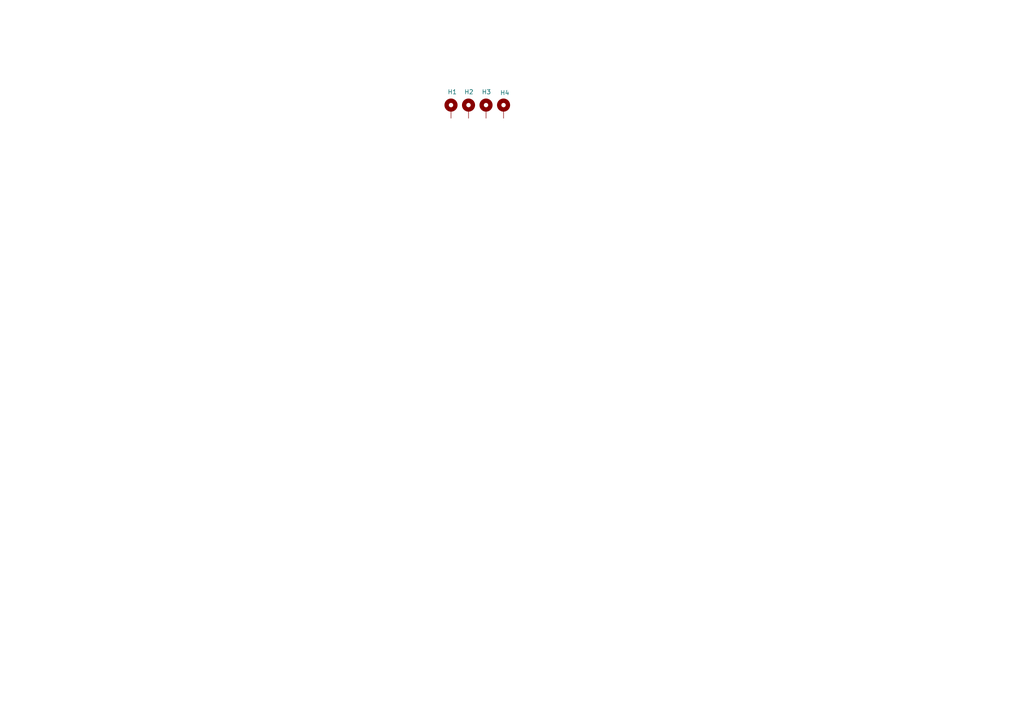
<source format=kicad_sch>
(kicad_sch (version 20231120) (generator "eeschema") (generator_version "8.0")
  (paper "A4")
  (lib_symbols
    (symbol "Mechanical:MountingHole_Pad" (pin_numbers hide) (pin_names (offset 1.016) hide) (exclude_from_sim yes) (in_bom no)
      (property "Reference" "H" (at 0 6.35 0))
      (property "Value" "MountingHole_Pad" (at 0 4.445 0))
      (symbol "MountingHole_Pad_0_1"
        (circle (center 0 1.27) (radius 1.27) (stroke (width 1.27)))
      )
      (symbol "MountingHole_Pad_1_1"
        (pin input line (at 0 -2.54 90) (length 2.54) (name "1") (number "1"))
      )
    )
  )
  (symbol (lib_id "Mechanical:MountingHole_Pad") (at 146.05 31.75 0) (unit 1) (exclude_from_sim yes) (in_bom no)
    (property "Reference" "H4" (at 145.034 26.924 0) (effects (justify left)))
    (property "Value" "MountingHole_Pad" (effects (hide yes)))
    (property "Footprint" "MountingHole:MountingHole_3.2mm_M3_DIN965_Pad" (effects (hide yes)))
    (property "Description" "Mounting Hole with connection" (effects (hide yes)))
  )
  (symbol (lib_id "Mechanical:MountingHole_Pad") (at 130.81 31.75 0) (unit 1) (exclude_from_sim yes) (in_bom no)
    (property "Reference" "H1" (at 129.794 26.67 0) (effects (justify left)))
    (property "Value" "MountingHole_Pad" (effects (hide yes)))
    (property "Footprint" "MountingHole:MountingHole_3.2mm_M3_DIN965_Pad" (effects (hide yes)))
    (property "Description" "Mounting Hole with connection" (effects (hide yes)))
  )
  (symbol (lib_id "Mechanical:MountingHole_Pad") (at 140.97 31.75 0) (unit 1) (exclude_from_sim yes) (in_bom no)
    (property "Reference" "H3" (at 139.7 26.67 0) (effects (justify left)))
    (property "Value" "MountingHole_Pad" (effects (hide yes)))
    (property "Footprint" "MountingHole:MountingHole_3.2mm_M3_DIN965_Pad" (effects (hide yes)))
    (property "Description" "Mounting Hole with connection" (effects (hide yes)))
  )
  (symbol (lib_id "Mechanical:MountingHole_Pad") (at 135.89 31.75 0) (unit 1) (exclude_from_sim yes) (in_bom no)
    (property "Reference" "H2" (at 134.62 26.67 0) (effects (justify left)))
    (property "Value" "MountingHole_Pad" (effects (hide yes)))
    (property "Footprint" "MountingHole:MountingHole_3.2mm_M3_DIN965_Pad" (effects (hide yes)))
    (property "Description" "Mounting Hole with connection" (effects (hide yes)))
  )
)
</source>
